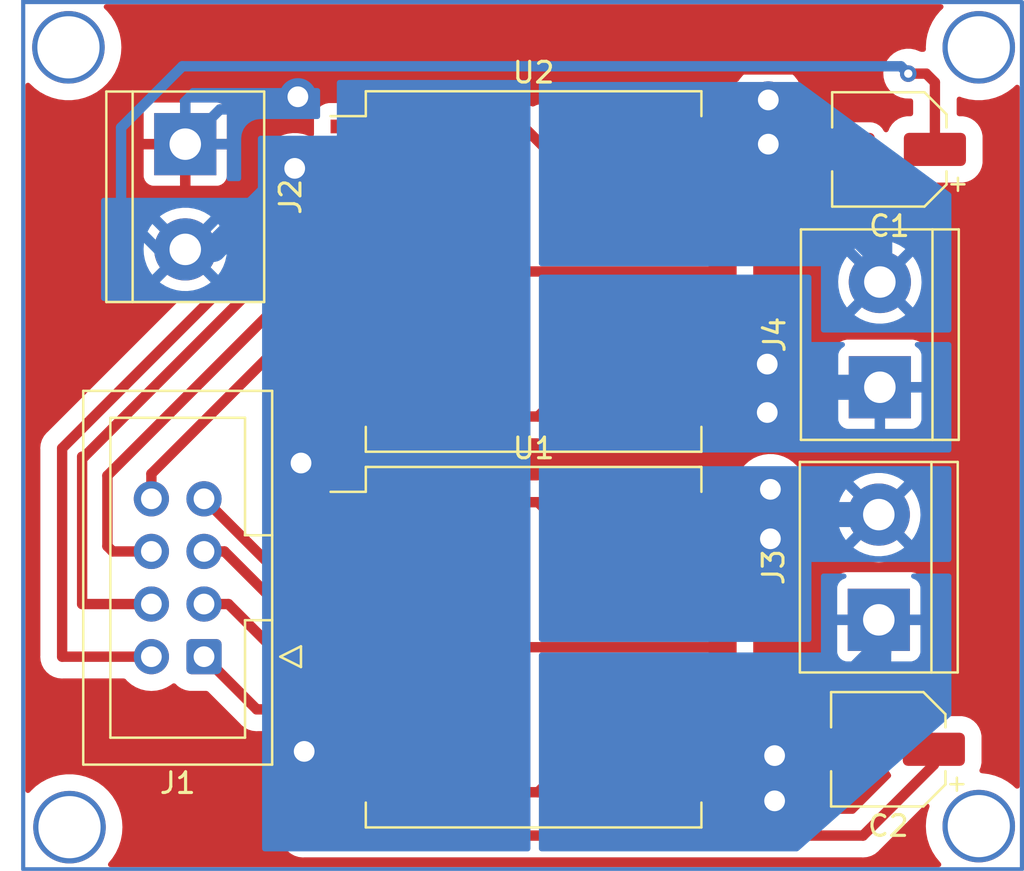
<source format=kicad_pcb>
(kicad_pcb (version 20211014) (generator pcbnew)
  (layers (0 "F.Cu" signal) (31 "B.Cu" signal) (34 "B.Paste" user) (35 "F.Paste" user) (36 "B.SilkS" user "B.Silkscreen") (37 "F.SilkS" user "F.Silkscreen") (38 "B.Mask" user) (39 "F.Mask" user) (44 "Edge.Cuts" user))
  (net 0 "")
  (net 1 "/VCCM")
  (net 2 "GND")
  (net 3 "/PWM1")
  (net 4 "/PWM2")
  (net 5 "/INA1")
  (net 6 "/INA2")
  (net 7 "/EN1")
  (net 8 "/EN2")
  (net 9 "/INB1")
  (net 10 "/INB2")
  (net 11 "/OUTB1")
  (net 12 "/OUTA1")
  (net 13 "/OUTB2")
  (net 14 "/OUTA2")
  (footprint "Capacitor_SMD:CP_Elec_5x5.3" (layer "F.Cu") (at 46.228 32.3596 180)
    (fp_text reference "C1" (at 0 -3.7) (layer "F.SilkS"))
    (fp_text value "C_Polarized")
    (fp_line (start -1.695563 2.76) (end 2.76 2.76) (layer "F.SilkS") (width 0.12))
    (fp_line (start -1.695563 -2.76) (end 2.76 -2.76) (layer "F.SilkS") (width 0.12))
    (fp_line (start -3.625 -1.685) (end -3 -1.685) (layer "F.SilkS") (width 0.12))
    (fp_line (start -2.76 1.695563) (end -1.695563 2.76) (layer "F.SilkS") (width 0.12))
    (fp_line (start -2.76 -1.695563) (end -1.695563 -2.76) (layer "F.SilkS") (width 0.12))
    (fp_line (start -2.76 1.695563) (end -2.76 1.06) (layer "F.SilkS") (width 0.12))
    (fp_line (start 2.76 2.76) (end 2.76 1.06) (layer "F.SilkS") (width 0.12))
    (fp_line (start -2.76 -1.695563) (end -2.76 -1.06) (layer "F.SilkS") (width 0.12))
    (fp_line (start -3.3125 -1.9975) (end -3.3125 -1.3725) (layer "F.SilkS") (width 0.12))
    (fp_line (start 2.76 -2.76) (end 2.76 -1.06) (layer "F.SilkS") (width 0.12))
    (pad "1" smd roundrect (at -2.2 0 180) (size 3 1.6) (layers "F.Cu" "F.Paste" "F.Mask") (roundrect_rratio 0.15625) (net 1 "/VCCM"))
    (pad "2" smd roundrect (at 2.2 0 180) (size 3 1.6) (layers "F.Cu" "F.Paste" "F.Mask") (roundrect_rratio 0.15625) (net 2 "GND"))
  )
  (footprint "Package_SO:ST_MultiPowerSO-30" (layer "F.Cu") (at 29.0576 56.388)
    (fp_text reference "U1" (at 0 -9.6) (layer "F.SilkS"))
    (fp_text value "VNH2SP30")
    (fp_line (start 8.1 -8.7) (end 8.1 -7.5) (layer "F.SilkS") (width 0.12))
    (fp_line (start 8 8.7) (end -8.1 8.7) (layer "F.SilkS") (width 0.12))
    (fp_line (start 8.1 8.7) (end 8.1 7.5) (layer "F.SilkS") (width 0.12))
    (fp_line (start -8 -8.7) (end -8.1 -8.7) (layer "F.SilkS") (width 0.12))
    (fp_line (start 8 -8.7) (end -8 -8.7) (layer "F.SilkS") (width 0.12))
    (fp_line (start 8 8.7) (end 8.1 8.7) (layer "F.SilkS") (width 0.12))
    (fp_line (start -8.1 -8.7) (end -8.1 -7.5) (layer "F.SilkS") (width 0.12))
    (fp_line (start -8.1 -7.5) (end -9.8 -7.5) (layer "F.SilkS") (width 0.12))
    (fp_line (start -8.1 8.7) (end -8.1 7.5) (layer "F.SilkS") (width 0.12))
    (fp_line (start 8 -8.7) (end 8.1 -8.7) (layer "F.SilkS") (width 0.12))
    (pad "1" smd rect (at -9.125 -7 270) (size 0.66 1.35) (layers "F.Cu" "F.Paste" "F.Mask") (net 12 "/OUTA1"))
    (pad "2" smd rect (at -9.125 -6 270) (size 0.66 1.35) (layers "F.Cu" "F.Paste" "F.Mask"))
    (pad "3" smd rect (at -9.125 -5 270) (size 0.66 1.35) (layers "F.Cu" "F.Paste" "F.Mask") (net 1 "/VCCM"))
    (pad "4" smd rect (at -9.125 -4 270) (size 0.66 1.35) (layers "F.Cu" "F.Paste" "F.Mask"))
    (pad "5" smd rect (at -9.125 -3 270) (size 0.66 1.35) (layers "F.Cu" "F.Paste" "F.Mask") (net 5 "/INA1"))
    (pad "6" smd rect (at -9.125 -2 270) (size 0.66 1.35) (layers "F.Cu" "F.Paste" "F.Mask") (net 7 "/EN1"))
    (pad "7" smd rect (at -9.125 -1 270) (size 0.66 1.35) (layers "F.Cu" "F.Paste" "F.Mask"))
    (pad "8" smd rect (at -9.125 0 270) (size 0.66 1.35) (layers "F.Cu" "F.Paste" "F.Mask") (net 3 "/PWM1"))
    (pad "9" smd rect (at -9.125 1 270) (size 0.66 1.35) (layers "F.Cu" "F.Paste" "F.Mask"))
    (pad "10" smd rect (at -9.125 2 270) (size 0.66 1.35) (layers "F.Cu" "F.Paste" "F.Mask") (net 7 "/EN1"))
    (pad "11" smd rect (at -9.125 3 270) (size 0.66 1.35) (layers "F.Cu" "F.Paste" "F.Mask") (net 9 "/INB1"))
    (pad "12" smd rect (at -9.125 4 270) (size 0.66 1.35) (layers "F.Cu" "F.Paste" "F.Mask"))
    (pad "13" smd rect (at -9.125 5 270) (size 0.66 1.35) (layers "F.Cu" "F.Paste" "F.Mask") (net 1 "/VCCM"))
    (pad "14" smd rect (at -9.125 6 270) (size 0.66 1.35) (layers "F.Cu" "F.Paste" "F.Mask"))
    (pad "15" smd rect (at -9.125 7 270) (size 0.66 1.35) (layers "F.Cu" "F.Paste" "F.Mask") (net 11 "/OUTB1"))
    (pad "16" smd rect (at 9.125 7 270) (size 0.66 1.35) (layers "F.Cu" "F.Paste" "F.Mask") (net 11 "/OUTB1"))
    (pad "17" smd rect (at 9.125 6 270) (size 0.66 1.35) (layers "F.Cu" "F.Paste" "F.Mask"))
    (pad "18" smd rect (at 9.125 5 270) (size 0.66 1.35) (layers "F.Cu" "F.Paste" "F.Mask") (net 2 "GND"))
    (pad "19" smd rect (at 9.125 4 270) (size 0.66 1.35) (layers "F.Cu" "F.Paste" "F.Mask") (net 2 "GND"))
    (pad "20" smd rect (at 9.125 3 270) (size 0.66 1.35) (layers "F.Cu" "F.Paste" "F.Mask") (net 2 "GND"))
    (pad "21" smd rect (at 9.125 2 270) (size 0.66 1.35) (layers "F.Cu" "F.Paste" "F.Mask") (net 11 "/OUTB1"))
    (pad "22" smd rect (at 9.125 1 270) (size 0.66 1.35) (layers "F.Cu" "F.Paste" "F.Mask"))
    (pad "23" smd rect (at 9.125 0 270) (size 0.66 1.35) (layers "F.Cu" "F.Paste" "F.Mask") (net 1 "/VCCM"))
    (pad "24" smd rect (at 9.125 -1 270) (size 0.66 1.35) (layers "F.Cu" "F.Paste" "F.Mask"))
    (pad "25" smd rect (at 9.125 -2 270) (size 0.66 1.35) (layers "F.Cu" "F.Paste" "F.Mask") (net 12 "/OUTA1"))
    (pad "26" smd rect (at 9.125 -3 270) (size 0.66 1.35) (layers "F.Cu" "F.Paste" "F.Mask") (net 2 "GND"))
    (pad "27" smd rect (at 9.125 -4 270) (size 0.66 1.35) (layers "F.Cu" "F.Paste" "F.Mask") (net 2 "GND"))
    (pad "28" smd rect (at 9.125 -5 270) (size 0.66 1.35) (layers "F.Cu" "F.Paste" "F.Mask") (net 2 "GND"))
    (pad "29" smd rect (at 9.125 -6 270) (size 0.66 1.35) (layers "F.Cu" "F.Paste" "F.Mask"))
    (pad "30" smd rect (at 9.125 -7 270) (size 0.66 1.35) (layers "F.Cu" "F.Paste" "F.Mask") (net 12 "/OUTA1"))
    (pad "31" smd rect (at -3.05 0) (size 5.25 10.3) (layers "F.Cu" "F.Paste" "F.Mask") (net 1 "/VCCM"))
    (pad "32" smd rect (at 3.05 -4.165) (size 5.25 6.23) (layers "F.Cu" "F.Paste" "F.Mask") (net 12 "/OUTA1"))
    (pad "33" smd rect (at 3.05 4.165) (size 5.25 6.23) (layers "F.Cu" "F.Paste" "F.Mask") (net 11 "/OUTB1"))
  )
  (footprint "Capacitor_SMD:CP_Elec_5x5.3" (layer "F.Cu") (at 46.1772 61.3156 180)
    (fp_text reference "C2" (at 0 -3.7) (layer "F.SilkS"))
    (fp_text value "C_Polarized")
    (fp_line (start 2.76 -2.76) (end 2.76 -1.06) (layer "F.SilkS") (width 0.12))
    (fp_line (start -2.76 1.695563) (end -2.76 1.06) (layer "F.SilkS") (width 0.12))
    (fp_line (start 2.76 2.76) (end 2.76 1.06) (layer "F.SilkS") (width 0.12))
    (fp_line (start -1.695563 2.76) (end 2.76 2.76) (layer "F.SilkS") (width 0.12))
    (fp_line (start -2.76 1.695563) (end -1.695563 2.76) (layer "F.SilkS") (width 0.12))
    (fp_line (start -3.625 -1.685) (end -3 -1.685) (layer "F.SilkS") (width 0.12))
    (fp_line (start -2.76 -1.695563) (end -1.695563 -2.76) (layer "F.SilkS") (width 0.12))
    (fp_line (start -2.76 -1.695563) (end -2.76 -1.06) (layer "F.SilkS") (width 0.12))
    (fp_line (start -3.3125 -1.9975) (end -3.3125 -1.3725) (layer "F.SilkS") (width 0.12))
    (fp_line (start -1.695563 -2.76) (end 2.76 -2.76) (layer "F.SilkS") (width 0.12))
    (pad "1" smd roundrect (at -2.2 0 180) (size 3 1.6) (layers "F.Cu" "F.Paste" "F.Mask") (roundrect_rratio 0.15625) (net 1 "/VCCM"))
    (pad "2" smd roundrect (at 2.2 0 180) (size 3 1.6) (layers "F.Cu" "F.Paste" "F.Mask") (roundrect_rratio 0.15625) (net 2 "GND"))
  )
  (footprint "TerminalBlock:TerminalBlock_bornier-2_P5.08mm" (layer "F.Cu") (at 45.72 55.0672 90)
    (fp_text reference "J3" (at 2.54 -5.08 90) (layer "F.SilkS"))
    (fp_text value "Conn_01x02_Male")
    (fp_line (start -2.54 -3.81) (end -2.54 3.81) (layer "F.SilkS") (width 0.12))
    (fp_line (start 7.62 2.54) (end -2.54 2.54) (layer "F.SilkS") (width 0.12))
    (fp_line (start -2.54 3.81) (end 7.62 3.81) (layer "F.SilkS") (width 0.12))
    (fp_line (start 7.62 3.81) (end 7.62 -3.81) (layer "F.SilkS") (width 0.12))
    (fp_line (start 7.62 -3.81) (end -2.54 -3.81) (layer "F.SilkS") (width 0.12))
    (pad "1" thru_hole rect (at 0 0 90) (size 3 3) (drill 1.52) (layers *.Cu *.Mask) (net 11 "/OUTB1"))
    (pad "2" thru_hole circle (at 5.08 0 90) (size 3 3) (drill 1.52) (layers *.Cu *.Mask) (net 12 "/OUTA1"))
  )
  (footprint "Package_SO:ST_MultiPowerSO-30" (layer "F.Cu") (at 29.0576 38.2524)
    (fp_text reference "U2" (at 0 -9.6) (layer "F.SilkS"))
    (fp_text value "VNH2SP30")
    (fp_line (start 8 -8.7) (end -8 -8.7) (layer "F.SilkS") (width 0.12))
    (fp_line (start 8.1 8.7) (end 8.1 7.5) (layer "F.SilkS") (width 0.12))
    (fp_line (start -8 -8.7) (end -8.1 -8.7) (layer "F.SilkS") (width 0.12))
    (fp_line (start -8.1 -7.5) (end -9.8 -7.5) (layer "F.SilkS") (width 0.12))
    (fp_line (start 8.1 -8.7) (end 8.1 -7.5) (layer "F.SilkS") (width 0.12))
    (fp_line (start -8.1 -8.7) (end -8.1 -7.5) (layer "F.SilkS") (width 0.12))
    (fp_line (start 8 8.7) (end 8.1 8.7) (layer "F.SilkS") (width 0.12))
    (fp_line (start 8 -8.7) (end 8.1 -8.7) (layer "F.SilkS") (width 0.12))
    (fp_line (start 8 8.7) (end -8.1 8.7) (layer "F.SilkS") (width 0.12))
    (fp_line (start -8.1 8.7) (end -8.1 7.5) (layer "F.SilkS") (width 0.12))
    (pad "1" smd rect (at -9.125 -7 270) (size 0.66 1.35) (layers "F.Cu" "F.Paste" "F.Mask") (net 14 "/OUTA2"))
    (pad "2" smd rect (at -9.125 -6 270) (size 0.66 1.35) (layers "F.Cu" "F.Paste" "F.Mask"))
    (pad "3" smd rect (at -9.125 -5 270) (size 0.66 1.35) (layers "F.Cu" "F.Paste" "F.Mask") (net 1 "/VCCM"))
    (pad "4" smd rect (at -9.125 -4 270) (size 0.66 1.35) (layers "F.Cu" "F.Paste" "F.Mask"))
    (pad "5" smd rect (at -9.125 -3 270) (size 0.66 1.35) (layers "F.Cu" "F.Paste" "F.Mask") (net 6 "/INA2"))
    (pad "6" smd rect (at -9.125 -2 270) (size 0.66 1.35) (layers "F.Cu" "F.Paste" "F.Mask") (net 8 "/EN2"))
    (pad "7" smd rect (at -9.125 -1 270) (size 0.66 1.35) (layers "F.Cu" "F.Paste" "F.Mask"))
    (pad "8" smd rect (at -9.125 0 270) (size 0.66 1.35) (layers "F.Cu" "F.Paste" "F.Mask") (net 4 "/PWM2"))
    (pad "9" smd rect (at -9.125 1 270) (size 0.66 1.35) (layers "F.Cu" "F.Paste" "F.Mask"))
    (pad "10" smd rect (at -9.125 2 270) (size 0.66 1.35) (layers "F.Cu" "F.Paste" "F.Mask") (net 8 "/EN2"))
    (pad "11" smd rect (at -9.125 3 270) (size 0.66 1.35) (layers "F.Cu" "F.Paste" "F.Mask") (net 10 "/INB2"))
    (pad "12" smd rect (at -9.125 4 270) (size 0.66 1.35) (layers "F.Cu" "F.Paste" "F.Mask"))
    (pad "13" smd rect (at -9.125 5 270) (size 0.66 1.35) (layers "F.Cu" "F.Paste" "F.Mask") (net 1 "/VCCM"))
    (pad "14" smd rect (at -9.125 6 270) (size 0.66 1.35) (layers "F.Cu" "F.Paste" "F.Mask"))
    (pad "15" smd rect (at -9.125 7 270) (size 0.66 1.35) (layers "F.Cu" "F.Paste" "F.Mask") (net 13 "/OUTB2"))
    (pad "16" smd rect (at 9.125 7 270) (size 0.66 1.35) (layers "F.Cu" "F.Paste" "F.Mask") (net 13 "/OUTB2"))
    (pad "17" smd rect (at 9.125 6 270) (size 0.66 1.35) (layers "F.Cu" "F.Paste" "F.Mask"))
    (pad "18" smd rect (at 9.125 5 270) (size 0.66 1.35) (layers "F.Cu" "F.Paste" "F.Mask") (net 2 "GND"))
    (pad "19" smd rect (at 9.125 4 270) (size 0.66 1.35) (layers "F.Cu" "F.Paste" "F.Mask") (net 2 "GND"))
    (pad "20" smd rect (at 9.125 3 270) (size 0.66 1.35) (layers "F.Cu" "F.Paste" "F.Mask") (net 2 "GND"))
    (pad "21" smd rect (at 9.125 2 270) (size 0.66 1.35) (layers "F.Cu" "F.Paste" "F.Mask") (net 13 "/OUTB2"))
    (pad "22" smd rect (at 9.125 1 270) (size 0.66 1.35) (layers "F.Cu" "F.Paste" "F.Mask"))
    (pad "23" smd rect (at 9.125 0 270) (size 0.66 1.35) (layers "F.Cu" "F.Paste" "F.Mask") (net 1 "/VCCM"))
    (pad "24" smd rect (at 9.125 -1 270) (size 0.66 1.35) (layers "F.Cu" "F.Paste" "F.Mask"))
    (pad "25" smd rect (at 9.125 -2 270) (size 0.66 1.35) (layers "F.Cu" "F.Paste" "F.Mask") (net 14 "/OUTA2"))
    (pad "26" smd rect (at 9.125 -3 270) (size 0.66 1.35) (layers "F.Cu" "F.Paste" "F.Mask") (net 2 "GND"))
    (pad "27" smd rect (at 9.125 -4 270) (size 0.66 1.35) (layers "F.Cu" "F.Paste" "F.Mask") (net 2 "GND"))
    (pad "28" smd rect (at 9.125 -5 270) (size 0.66 1.35) (layers "F.Cu" "F.Paste" "F.Mask") (net 2 "GND"))
    (pad "29" smd rect (at 9.125 -6 270) (size 0.66 1.35) (layers "F.Cu" "F.Paste" "F.Mask"))
    (pad "30" smd rect (at 9.125 -7 270) (size 0.66 1.35) (layers "F.Cu" "F.Paste" "F.Mask") (net 14 "/OUTA2"))
    (pad "31" smd rect (at -3.05 0) (size 5.25 10.3) (layers "F.Cu" "F.Paste" "F.Mask") (net 1 "/VCCM"))
    (pad "32" smd rect (at 3.05 -4.165) (size 5.25 6.23) (layers "F.Cu" "F.Paste" "F.Mask") (net 14 "/OUTA2"))
    (pad "33" smd rect (at 3.05 4.165) (size 5.25 6.23) (layers "F.Cu" "F.Paste" "F.Mask") (net 13 "/OUTB2"))
  )
  (footprint "TerminalBlock:TerminalBlock_bornier-2_P5.08mm" (layer "F.Cu") (at 45.7708 43.8404 90)
    (fp_text reference "J4" (at 2.54 -5.08 90) (layer "F.SilkS"))
    (fp_text value "Conn_01x02_Male")
    (fp_line (start -2.54 3.81) (end 7.62 3.81) (layer "F.SilkS") (width 0.12))
    (fp_line (start 7.62 2.54) (end -2.54 2.54) (layer "F.SilkS") (width 0.12))
    (fp_line (start 7.62 3.81) (end 7.62 -3.81) (layer "F.SilkS") (width 0.12))
    (fp_line (start 7.62 -3.81) (end -2.54 -3.81) (layer "F.SilkS") (width 0.12))
    (fp_line (start -2.54 -3.81) (end -2.54 3.81) (layer "F.SilkS") (width 0.12))
    (pad "1" thru_hole rect (at 0 0 90) (size 3 3) (drill 1.52) (layers *.Cu *.Mask) (net 13 "/OUTB2"))
    (pad "2" thru_hole circle (at 5.08 0 90) (size 3 3) (drill 1.52) (layers *.Cu *.Mask) (net 14 "/OUTA2"))
  )
  (footprint "TerminalBlock:TerminalBlock_bornier-2_P5.08mm" (layer "F.Cu") (at 12.2428 32.1056 -90)
    (fp_text reference "J2" (at 2.54 -5.08 90) (layer "F.SilkS"))
    (fp_text value "Conn_01x02_Male")
    (fp_line (start 7.62 -3.81) (end -2.54 -3.81) (layer "F.SilkS") (width 0.12))
    (fp_line (start 7.62 2.54) (end -2.54 2.54) (layer "F.SilkS") (width 0.12))
    (fp_line (start -2.54 -3.81) (end -2.54 3.81) (layer "F.SilkS") (width 0.12))
    (fp_line (start -2.54 3.81) (end 7.62 3.81) (layer "F.SilkS") (width 0.12))
    (fp_line (start 7.62 3.81) (end 7.62 -3.81) (layer "F.SilkS") (width 0.12))
    (pad "1" thru_hole rect (at 0 0 270) (size 3 3) (drill 1.52) (layers *.Cu *.Mask) (net 2 "GND"))
    (pad "2" thru_hole circle (at 5.08 0 270) (size 3 3) (drill 1.52) (layers *.Cu *.Mask) (net 1 "/VCCM"))
  )
  (footprint "Connector_IDC:IDC-Header_2x04_P2.54mm_Vertical" (layer "F.Cu") (at 13.1477 56.8452 180)
    (fp_text reference "J1" (at 1.27 -6.1) (layer "F.SilkS"))
    (fp_text value "Conn_02x04_Odd_Even")
    (fp_line (start -1.98 1.76) (end -1.98 -3.91) (layer "F.SilkS") (width 0.12))
    (fp_line (start 4.52 11.53) (end -1.98 11.53) (layer "F.SilkS") (width 0.12))
    (fp_line (start -3.29 12.83) (end -3.29 -5.21) (layer "F.SilkS") (width 0.12))
    (fp_line (start -3.29 1.76) (end -1.98 1.76) (layer "F.SilkS") (width 0.12))
    (fp_line (start 5.83 -5.21) (end 5.83 12.83) (layer "F.SilkS") (width 0.12))
    (fp_line (start -4.68 0.5) (end -3.68 0) (layer "F.SilkS") (width 0.12))
    (fp_line (start -3.29 -5.21) (end 5.83 -5.21) (layer "F.SilkS") (width 0.12))
    (fp_line (start -1.98 -3.91) (end 4.52 -3.91) (layer "F.SilkS") (width 0.12))
    (fp_line (start -4.68 -0.5) (end -4.68 0.5) (layer "F.SilkS") (width 0.12))
    (fp_line (start -1.98 5.86) (end -3.29 5.86) (layer "F.SilkS") (width 0.12))
    (fp_line (start -3.68 0) (end -4.68 -0.5) (layer "F.SilkS") (width 0.12))
    (fp_line (start -1.98 5.86) (end -1.98 5.86) (layer "F.SilkS") (width 0.12))
    (fp_line (start -1.98 11.53) (end -1.98 5.86) (layer "F.SilkS") (width 0.12))
    (fp_line (start 4.52 -3.91) (end 4.52 11.53) (layer "F.SilkS") (width 0.12))
    (fp_line (start 5.83 12.83) (end -3.29 12.83) (layer "F.SilkS") (width 0.12))
    (pad "1" thru_hole roundrect (at 0 0 180) (size 1.7 1.7) (drill 1) (layers *.Cu *.Mask) (roundrect_rratio 0.147059) (net 9 "/INB1"))
    (pad "2" thru_hole circle (at 2.54 0 180) (size 1.7 1.7) (drill 1) (layers *.Cu *.Mask) (net 6 "/INA2"))
    (pad "3" thru_hole circle (at 0 2.54 180) (size 1.7 1.7) (drill 1) (layers *.Cu *.Mask) (net 7 "/EN1"))
    (pad "4" thru_hole circle (at 2.54 2.54 180) (size 1.7 1.7) (drill 1) (layers *.Cu *.Mask) (net 8 "/EN2"))
    (pad "5" thru_hole circle (at 0 5.08 180) (size 1.7 1.7) (drill 1) (layers *.Cu *.Mask) (net 3 "/PWM1"))
    (pad "6" thru_hole circle (at 2.54 5.08 180) (size 1.7 1.7) (drill 1) (layers *.Cu *.Mask) (net 4 "/PWM2"))
    (pad "7" thru_hole circle (at 0 7.62 180) (size 1.7 1.7) (drill 1) (layers *.Cu *.Mask) (net 5 "/INA1"))
    (pad "8" thru_hole circle (at 2.54 7.62 180) (size 1.7 1.7) (drill 1) (layers *.Cu *.Mask) (net 10 "/INB2"))
  )
  (gr_rect (start 4.4196 25.2476) (end 52.6288 67.1068) (layer "B.Cu") (width 0.2) (fill none))
  (via (at 6.604 27.432) (size 3.5) (drill 3) (layers "F.Cu" "B.Cu") (net 0))
  (via (at 50.546 27.432) (size 3.5) (drill 3) (layers "F.Cu" "B.Cu") (net 0))
  (via (at 6.6548 65.0748) (size 3.5) (drill 3) (layers "F.Cu" "B.Cu") (net 0))
  (via (at 50.546 65.024) (size 3.5) (drill 3) (layers "F.Cu" "B.Cu") (net 0))
  (segment (start 26.0076 39.2704) (end 26.0076 38.2524) (width 0.5) (layer "F.Cu") (net 1))
  (segment (start 17.9324 65.4812) (end 17.9324 61.468) (width 0.5) (layer "F.Cu") (net 1))
  (segment (start 19.9326 61.388) (end 21.0076 61.388) (width 0.5) (layer "F.Cu") (net 1))
  (segment (start 38.1826 38.2524) (end 26.0076 38.2524) (width 0.5) (layer "F.Cu") (net 1))
  (segment (start 17.4244 47.498) (end 17.8308 47.498) (width 0.5) (layer "F.Cu") (net 1))
  (segment (start 48.3772 62.062) (end 44.958 65.4812) (width 0.5) (layer "F.Cu") (net 1))
  (segment (start 17.4244 47.498) (end 17.4244 43.7896) (width 0.5) (layer "F.Cu") (net 1))
  (segment (start 17.5476 33.2524) (end 17.526 33.274) (width 0.5) (layer "F.Cu") (net 1))
  (segment (start 48.006 28.702) (end 48.428 29.124) (width 0.5) (layer "F.Cu") (net 1))
  (segment (start 19.9326 33.2524) (end 17.5476 33.2524) (width 0.5) (layer "F.Cu") (net 1))
  (segment (start 22.1272 33.2524) (end 26.0076 37.1328) (width 0.5) (layer "F.Cu") (net 1))
  (segment (start 21.0076 51.388) (end 26.0076 56.388) (width 0.5) (layer "F.Cu") (net 1))
  (segment (start 38.1826 56.388) (end 26.0076 56.388) (width 0.5) (layer "F.Cu") (net 1))
  (segment (start 17.9324 61.468) (end 17.9832 61.4172) (width 0.5) (layer "F.Cu") (net 1))
  (segment (start 19.9326 43.2524) (end 22.0256 43.2524) (width 0.5) (layer "F.Cu") (net 1))
  (segment (start 21.0076 61.388) (end 26.0076 56.388) (width 0.5) (layer "F.Cu") (net 1))
  (segment (start 17.9616 43.2524) (end 19.9326 43.2524) (width 0.5) (layer "F.Cu") (net 1))
  (segment (start 18.368 51.388) (end 17.4244 50.4444) (width 0.5) (layer "F.Cu") (net 1))
  (segment (start 17.4244 43.7896) (end 17.9616 43.2524) (width 0.5) (layer "F.Cu") (net 1))
  (segment (start 44.958 65.4812) (end 17.9324 65.4812) (width 0.5) (layer "F.Cu") (net 1))
  (segment (start 22.0256 43.2524) (end 26.0076 39.2704) (width 0.5) (layer "F.Cu") (net 1))
  (segment (start 17.4244 50.4444) (end 17.4244 47.498) (width 0.5) (layer "F.Cu") (net 1))
  (segment (start 19.9326 61.388) (end 18.0124 61.388) (width 0.5) (layer "F.Cu") (net 1))
  (segment (start 48.428 32.3088) (end 47.2596 32.3088) (width 0.5) (layer "F.Cu") (net 1))
  (segment (start 19.9326 33.2524) (end 22.1272 33.2524) (width 0.5) (layer "F.Cu") (net 1))
  (segment (start 19.9326 51.388) (end 18.368 51.388) (width 0.5) (layer "F.Cu") (net 1))
  (segment (start 18.0124 61.388) (end 17.9832 61.4172) (width 0.5) (layer "F.Cu") (net 1))
  (segment (start 26.0076 37.1328) (end 26.0076 38.2524) (width 0.5) (layer "F.Cu") (net 1))
  (segment (start 48.428 29.124) (end 48.428 32.3088) (width 0.5) (layer "F.Cu") (net 1))
  (segment (start 47.1424 28.702) (end 48.006 28.702) (width 0.5) (layer "F.Cu") (net 1))
  (segment (start 19.9326 51.388) (end 21.0076 51.388) (width 0.5) (layer "F.Cu") (net 1))
  (segment (start 48.3772 61.3156) (end 48.3772 62.062) (width 0.5) (layer "F.Cu") (net 1))
  (via (at 17.8308 47.498) (size 1.8) (drill 1) (layers "F.Cu" "B.Cu") (net 1))
  (via (at 47.1424 28.702) (size 0.8) (drill 0.4) (layers "F.Cu" "B.Cu") (net 1))
  (via (at 17.526 33.274) (size 1.8) (drill 1) (layers "F.Cu" "B.Cu") (net 1))
  (via (at 17.9832 61.4172) (size 1.8) (drill 1) (layers "F.Cu" "B.Cu") (net 1))
  (segment (start 9.144 31.305378) (end 12.102978 28.3464) (width 0.5) (layer "B.Cu") (net 1))
  (segment (start 13.6144 37.1856) (end 17.526 33.274) (width 1.2) (layer "B.Cu") (net 1))
  (segment (start 9.144 35.4076) (end 9.144 31.305378) (width 0.5) (layer "B.Cu") (net 1))
  (segment (start 12.2428 37.1856) (end 13.6144 37.1856) (width 1.2) (layer "B.Cu") (net 1))
  (segment (start 46.7868 28.3464) (end 47.1424 28.702) (width 0.5) (layer "B.Cu") (net 1))
  (segment (start 10.922 37.1856) (end 9.144 35.4076) (width 0.5) (layer "B.Cu") (net 1))
  (segment (start 12.2428 37.1856) (end 10.922 37.1856) (width 0.5) (layer "B.Cu") (net 1))
  (segment (start 17.526 33.274) (end 17.526 33.8836) (width 0.5) (layer "B.Cu") (net 1))
  (segment (start 12.102978 28.3464) (end 46.7868 28.3464) (width 0.5) (layer "B.Cu") (net 1))
  (segment (start 40.7924 59.182) (end 40.7924 53.3908) (width 0.5) (layer "F.Cu") (net 2))
  (segment (start 40.5892 40.8432) (end 40.5892 35.56) (width 0.5) (layer "F.Cu") (net 2))
  (segment (start 38.1826 43.2524) (end 38.1826 41.2524) (width 0.5) (layer "F.Cu") (net 2))
  (segment (start 41.1324 35.2552) (end 44.028 32.3596) (width 0.5) (layer "F.Cu") (net 2))
  (segment (start 17.6784 29.8196) (end 18.9992 28.4988) (width 0.5) (layer "F.Cu") (net 2))
  (segment (start 38.1826 59.388) (end 38.1826 61.388) (width 0.5) (layer "F.Cu") (net 2))
  (segment (start 44.028 28.4988) (end 44.028 32.3596) (width 0.5) (layer "F.Cu") (net 2))
  (segment (start 40.7896 53.388) (end 40.7924 53.3908) (width 0.5) (layer "F.Cu") (net 2))
  (segment (start 38.1826 60.2678) (end 38.1826 61.388) (width 0.5) (layer "F.Cu") (net 2))
  (segment (start 38.1826 53.388) (end 40.7896 53.388) (width 0.5) (layer "F.Cu") (net 2))
  (segment (start 40.2816 35.2524) (end 38.1826 35.2524) (width 0.5) (layer "F.Cu") (net 2))
  (segment (start 40.18 41.2524) (end 40.5892 40.8432) (width 0.5) (layer "F.Cu") (net 2))
  (segment (start 39.4526 35.2552) (end 41.1324 35.2552) (width 0.5) (layer "F.Cu") (net 2))
  (segment (start 38.1826 59.388) (end 40.5864 59.388) (width 0.5) (layer "F.Cu") (net 2))
  (segment (start 38.1826 35.2524) (end 38.1826 34.2524) (width 0.5) (layer "F.Cu") (net 2))
  (segment (start 38.1826 34.2524) (end 38.1826 33.2524) (width 0.5) (layer "F.Cu") (net 2))
  (segment (start 40.5864 59.388) (end 40.7924 59.182) (width 0.5) (layer "F.Cu") (net 2))
  (segment (start 18.9992 28.4988) (end 44.028 28.4988) (width 0.5) (layer "F.Cu") (net 2))
  (segment (start 38.1826 41.2524) (end 40.18 41.2524) (width 0.5) (layer "F.Cu") (net 2))
  (segment (start 43.9772 61.3156) (end 42.926 61.3156) (width 0.5) (layer "F.Cu") (net 2))
  (segment (start 42.926 61.3156) (end 40.7924 59.182) (width 0.5) (layer "F.Cu") (net 2))
  (segment (start 38.1826 51.388) (end 38.1826 53.388) (width 0.5) (layer "F.Cu") (net 2))
  (segment (start 40.5892 35.56) (end 40.2816 35.2524) (width 0.5) (layer "F.Cu") (net 2))
  (via (at 17.6784 29.8196) (size 1.8) (drill 1) (layers "F.Cu" "B.Cu") (net 2))
  (segment (start 17.6784 29.8196) (end 17.0688 30.4292) (width 0.5) (layer "B.Cu") (net 2))
  (segment (start 13.9192 30.4292) (end 12.2428 32.1056) (width 0.5) (layer "B.Cu") (net 2))
  (segment (start 17.0688 30.4292) (end 13.9192 30.4292) (width 0.5) (layer "B.Cu") (net 2))
  (segment (start 19.9326 56.388) (end 18.7576 56.388) (width 0.5) (layer "F.Cu") (net 3))
  (segment (start 14.1348 51.7652) (end 13.1477 51.7652) (width 0.5) (layer "F.Cu") (net 3))
  (segment (start 18.7576 56.388) (end 14.1348 51.7652) (width 0.5) (layer "F.Cu") (net 3))
  (segment (start 8.4836 51.5112) (end 8.4836 48.1076) (width 0.5) (layer "F.Cu") (net 4))
  (segment (start 8.7376 51.7652) (end 8.4836 51.5112) (width 0.5) (layer "F.Cu") (net 4))
  (segment (start 10.6077 51.7652) (end 8.7376 51.7652) (width 0.5) (layer "F.Cu") (net 4))
  (segment (start 8.4836 48.1076) (end 18.3388 38.2524) (width 0.5) (layer "F.Cu") (net 4))
  (segment (start 18.3388 38.2524) (end 19.9326 38.2524) (width 0.5) (layer "F.Cu") (net 4))
  (segment (start 19.9326 53.388) (end 17.3105 53.388) (width 0.5) (layer "F.Cu") (net 5))
  (segment (start 17.3105 53.388) (end 13.1477 49.2252) (width 0.5) (layer "F.Cu") (net 5))
  (segment (start 6.2992 46.7868) (end 17.8336 35.2524) (width 0.5) (layer "F.Cu") (net 6))
  (segment (start 17.8336 35.2524) (end 19.9326 35.2524) (width 0.5) (layer "F.Cu") (net 6))
  (segment (start 6.2992 56.8452) (end 6.2992 46.7868) (width 0.5) (layer "F.Cu") (net 6))
  (segment (start 10.6077 56.8452) (end 6.2992 56.8452) (width 0.5) (layer "F.Cu") (net 6))
  (segment (start 21.876 54.7436) (end 21.5204 54.388) (width 0.5) (layer "F.Cu") (net 7))
  (segment (start 21.5204 54.388) (end 19.9326 54.388) (width 0.5) (layer "F.Cu") (net 7))
  (segment (start 19.9326 58.388) (end 18.4084 58.388) (width 0.5) (layer "F.Cu") (net 7))
  (segment (start 21.876 58.388) (end 21.876 54.7436) (width 0.5) (layer "F.Cu") (net 7))
  (segment (start 18.4084 58.388) (end 14.3256 54.3052) (width 0.5) (layer "F.Cu") (net 7))
  (segment (start 14.3256 54.3052) (end 13.1477 54.3052) (width 0.5) (layer "F.Cu") (net 7))
  (segment (start 19.9326 58.388) (end 21.876 58.388) (width 0.5) (layer "F.Cu") (net 7))
  (segment (start 19.9326 36.2524) (end 18.3068 36.2524) (width 0.5) (layer "F.Cu") (net 8))
  (segment (start 19.9326 40.2524) (end 21.876 40.2524) (width 0.5) (layer "F.Cu") (net 8))
  (segment (start 7.366 47.1932) (end 7.2644 47.1932) (width 0.5) (layer "F.Cu") (net 8))
  (segment (start 21.876 36.354) (end 21.7744 36.2524) (width 0.5) (layer "F.Cu") (net 8))
  (segment (start 18.3068 36.2524) (end 7.366 47.1932) (width 0.5) (layer "F.Cu") (net 8))
  (segment (start 21.7744 36.2524) (end 19.9326 36.2524) (width 0.5) (layer "F.Cu") (net 8))
  (segment (start 21.876 40.2524) (end 21.876 36.354) (width 0.5) (layer "F.Cu") (net 8))
  (segment (start 7.2644 54.3052) (end 10.6077 54.3052) (width 0.5) (layer "F.Cu") (net 8))
  (segment (start 7.2644 47.1932) (end 7.2644 54.3052) (width 0.5) (layer "F.Cu") (net 8))
  (segment (start 19.9326 59.388) (end 15.6905 59.388) (width 0.5) (layer "F.Cu") (net 9))
  (segment (start 15.6905 59.388) (end 13.1477 56.8452) (width 0.5) (layer "F.Cu") (net 9))
  (segment (start 19.9326 41.2524) (end 17.3708 41.2524) (width 0.5) (layer "F.Cu") (net 10))
  (segment (start 10.6077 48.0155) (end 10.6077 49.2252) (width 0.5) (layer "F.Cu") (net 10))
  (segment (start 17.3708 41.2524) (end 10.6077 48.0155) (width 0.5) (layer "F.Cu") (net 10))
  (segment (start 39.482 63.388) (end 38.1826 63.388) (width 0.5) (layer "F.Cu") (net 11))
  (segment (start 40.6908 61.6204) (end 40.6908 62.1792) (width 0.5) (layer "F.Cu") (net 11))
  (segment (start 19.9326 63.388) (end 29.2726 63.388) (width 0.5) (layer "F.Cu") (net 11))
  (segment (start 38.1826 58.388) (end 34.2726 58.388) (width 0.5) (layer "F.Cu") (net 11))
  (segment (start 38.1826 63.388) (end 34.9426 63.388) (width 0.5) (layer "F.Cu") (net 11))
  (segment (start 34.2726 58.388) (end 32.1076 60.553) (width 0.5) (layer "F.Cu") (net 11))
  (segment (start 40.6908 63.8048) (end 40.274 63.388) (width 0.5) (layer "F.Cu") (net 11))
  (segment (start 40.6908 62.1792) (end 39.482 63.388) (width 0.5) (layer "F.Cu") (net 11))
  (segment (start 29.2726 63.388) (end 32.1076 60.553) (width 0.5) (layer "F.Cu") (net 11))
  (segment (start 34.9426 63.388) (end 32.1076 60.553) (width 0.5) (layer "F.Cu") (net 11))
  (segment (start 40.274 63.388) (end 38.1826 63.388) (width 0.5) (layer "F.Cu") (net 11))
  (via (at 40.6908 61.6204) (size 1.8) (drill 1) (layers "F.Cu" "B.Cu") (net 11))
  (via (at 40.6908 63.8048) (size 1.8) (drill 1) (layers "F.Cu" "B.Cu") (net 11))
  (segment (start 45.72 56.5912) (end 40.6908 61.6204) (width 1.2) (layer "B.Cu") (net 11))
  (segment (start 45.72 55.0672) (end 45.72 56.5912) (width 1.2) (layer "B.Cu") (net 11))
  (segment (start 45.72 58.7756) (end 40.6908 63.8048) (width 1.2) (layer "B.Cu") (net 11))
  (segment (start 45.72 55.0672) (end 45.72 58.7756) (width 1.2) (layer "B.Cu") (net 11))
  (segment (start 38.1826 54.388) (end 34.2726 54.388) (width 0.5) (layer "F.Cu") (net 12))
  (segment (start 29.2726 49.388) (end 32.1076 52.223) (width 0.5) (layer "F.Cu") (net 12))
  (segment (start 38.1826 49.388) (end 34.9426 49.388) (width 0.5) (layer "F.Cu") (net 12))
  (segment (start 39.8676 49.388) (end 38.1826 49.388) (width 0.5) (layer "F.Cu") (net 12))
  (segment (start 34.2726 54.388) (end 32.1076 52.223) (width 0.5) (layer "F.Cu") (net 12))
  (segment (start 40.4876 50.788978) (end 39.086622 49.388) (width 0.5) (layer "F.Cu") (net 12))
  (segment (start 34.9426 49.388) (end 32.1076 52.223) (width 0.5) (layer "F.Cu") (net 12))
  (segment (start 19.9326 49.388) (end 29.2726 49.388) (width 0.5) (layer "F.Cu") (net 12))
  (segment (start 40.4876 51.1556) (end 40.4876 50.788978) (width 0.5) (layer "F.Cu") (net 12))
  (segment (start 40.4876 48.768) (end 39.8676 49.388) (width 0.5) (layer "F.Cu") (net 12))
  (segment (start 39.086622 49.388) (end 38.1826 49.388) (width 0.5) (layer "F.Cu") (net 12))
  (via (at 40.4876 51.1556) (size 1.8) (drill 1) (layers "F.Cu" "B.Cu") (net 12))
  (via (at 40.4876 48.768) (size 1.8) (drill 1) (layers "F.Cu" "B.Cu") (net 12))
  (segment (start 41.7068 49.9872) (end 40.4876 48.768) (width 1.2) (layer "B.Cu") (net 12))
  (segment (start 41.656 49.9872) (end 40.4876 51.1556) (width 1.2) (layer "B.Cu") (net 12))
  (segment (start 45.72 49.9872) (end 41.7068 49.9872) (width 1.2) (layer "B.Cu") (net 12))
  (segment (start 45.72 49.9872) (end 41.656 49.9872) (width 1.2) (layer "B.Cu") (net 12))
  (segment (start 40.1424 45.2524) (end 38.1826 45.2524) (width 0.5) (layer "F.Cu") (net 13))
  (segment (start 34.9426 45.2524) (end 38.1826 45.2524) (width 0.5) (layer "F.Cu") (net 13))
  (segment (start 40.3352 42.7228) (end 40.3352 44.003822) (width 0.5) (layer "F.Cu") (net 13))
  (segment (start 34.2726 40.2524) (end 32.1076 42.4174) (width 0.5) (layer "F.Cu") (net 13))
  (segment (start 19.9326 45.2524) (end 29.2726 45.2524) (width 0.5) (layer "F.Cu") (net 13))
  (segment (start 32.1076 42.4174) (end 34.9426 45.2524) (width 0.5) (layer "F.Cu") (net 13))
  (segment (start 38.1826 40.2524) (end 34.2726 40.2524) (width 0.5) (layer "F.Cu") (net 13))
  (segment (start 40.3352 45.0596) (end 40.1424 45.2524) (width 0.5) (layer "F.Cu") (net 13))
  (segment (start 29.2726 45.2524) (end 32.1076 42.4174) (width 0.5) (layer "F.Cu") (net 13))
  (segment (start 39.086622 45.2524) (end 38.1826 45.2524) (width 0.5) (layer "F.Cu") (net 13))
  (segment (start 40.3352 44.003822) (end 39.086622 45.2524) (width 0.5) (layer "F.Cu") (net 13))
  (via (at 40.3352 42.7228) (size 1.8) (drill 1) (layers "F.Cu" "B.Cu") (net 13))
  (via (at 40.3352 45.0596) (size 1.8) (drill 1) (layers "F.Cu" "B.Cu") (net 13))
  (segment (start 40.3352 45.0596) (end 40.386 45.0596) (width 1.2) (layer "B.Cu") (net 13))
  (segment (start 40.386 45.0596) (end 41.6052 43.8404) (width 1.2) (layer "B.Cu") (net 13))
  (segment (start 41.4528 43.8404) (end 45.7708 43.8404) (width 1.2) (layer "B.Cu") (net 13))
  (segment (start 41.6052 43.8404) (end 45.7708 43.8404) (width 1.2) (layer "B.Cu") (net 13))
  (segment (start 40.3352 42.7228) (end 41.4528 43.8404) (width 1.2) (layer "B.Cu") (net 13))
  (segment (start 32.1076 34.0874) (end 31.395 34.0874) (width 0.5) (layer "F.Cu") (net 14))
  (segment (start 31.395 34.0874) (end 28.56 31.2524) (width 0.5) (layer "F.Cu") (net 14))
  (segment (start 34.2726 36.2524) (end 32.1076 34.0874) (width 0.5) (layer "F.Cu") (net 14))
  (segment (start 34.9426 31.2524) (end 32.1076 34.0874) (width 0.5) (layer "F.Cu") (net 14))
  (segment (start 38.1826 31.2524) (end 34.9426 31.2524) (width 0.5) (layer "F.Cu") (net 14))
  (segment (start 38.1826 36.2524) (end 34.2726 36.2524) (width 0.5) (layer "F.Cu") (net 14))
  (segment (start 40.386 32.1056) (end 39.939822 32.1056) (width 0.5) (layer "F.Cu") (net 14))
  (segment (start 39.444 29.991) (end 38.1826 31.2524) (width 0.5) (layer "F.Cu") (net 14))
  (segment (start 28.56 31.2524) (end 19.9326 31.2524) (width 0.5) (layer "F.Cu") (net 14))
  (segment (start 39.939822 32.1056) (end 39.086622 31.2524) (width 0.5) (layer "F.Cu") (net 14))
  (segment (start 40.386 29.972) (end 40.367 29.991) (width 0.5) (layer "F.Cu") (net 14))
  (segment (start 40.367 29.991) (end 39.444 29.991) (width 0.5) (layer "F.Cu") (net 14))
  (segment (start 39.086622 31.2524) (end 38.1826 31.2524) (width 0.5) (layer "F.Cu") (net 14))
  (via (at 40.386 32.1056) (size 1.8) (drill 1) (layers "F.Cu" "B.Cu") (net 14))
  (via (at 40.386 29.972) (size 1.8) (drill 1) (layers "F.Cu" "B.Cu") (net 14))
  (segment (start 45.7708 38.7604) (end 45.7708 37.4904) (width 1.2) (layer "B.Cu") (net 14))
  (segment (start 45.7708 36.576) (end 45.7708 35.3568) (width 1.2) (layer "B.Cu") (net 14))
  (segment (start 45.7708 38.7604) (end 45.7708 36.576) (width 1.2) (layer "B.Cu") (net 14))
  (segment (start 45.7708 35.3568) (end 40.386 29.972) (width 1.2) (layer "B.Cu") (net 14))
  (segment (start 45.7708 37.4904) (end 40.386 32.1056) (width 1.2) (layer "B.Cu") (net 14))
  (zone (net 2) (net_name "GND") (layers F&B.Cu) (connect_pads (clearance 0.8)) (min_thickness 0.254) (fill yes (thermal_gap 0.508) (thermal_bridge_width 0.508))
    (polygon (pts (xy 52.5272 67.0052) (xy 4.5212 67.0052) (xy 4.5212 25.3492) (xy 52.5272 25.3492)))
  )
  (zone (net 11) (net_name "/OUTB1") (layer "B.Cu") (priority 1) (connect_pads (clearance 0.508)) (min_thickness 0.254) (fill yes (thermal_gap 0.508) (thermal_bridge_width 0.508))
    (polygon (pts (xy 49.2252 59.69) (xy 41.8084 66.2432) (xy 29.3116 66.2432) (xy 29.3116 56.642) (xy 42.926 56.642) (xy 42.926 52.832) (xy 49.2252 52.832)))
  )
  (zone (net 13) (net_name "/OUTB2") (layer "B.Cu") (priority 1) (connect_pads (clearance 0.508)) (min_thickness 0.254) (fill yes (thermal_gap 0.508) (thermal_bridge_width 0.508))
    (polygon (pts (xy 42.4688 41.656) (xy 49.2252 41.656) (xy 49.2252 46.99) (xy 29.3116 46.99) (xy 29.3116 42.9768) (xy 29.3116 40.5892) (xy 29.3116 38.4048) (xy 42.4688 38.4048)))
  )
  (zone (net 12) (net_name "/OUTA1") (layer "B.Cu") (priority 1) (connect_pads (clearance 0.508)) (min_thickness 0.254) (fill yes (thermal_gap 0.508) (thermal_bridge_width 0.508))
    (polygon (pts (xy 49.2252 52.2732) (xy 42.4688 52.2732) (xy 42.4688 56.134) (xy 29.3116 56.134) (xy 29.3116 47.6504) (xy 49.2252 47.6504)))
  )
  (zone (net 14) (net_name "/OUTA2") (layer "B.Cu") (priority 1) (connect_pads (clearance 0.508)) (min_thickness 0.254) (fill yes (thermal_gap 0.508) (thermal_bridge_width 0.508))
    (polygon (pts (xy 49.2252 34.4932) (xy 49.2252 41.1988) (xy 42.926 41.1988) (xy 42.926 37.9984) (xy 29.3116 37.9984) (xy 29.3116 29.0068) (xy 41.7576 29.0068)))
  )
  (zone (net 1) (net_name "/VCCM") (layer "B.Cu") (priority 1) (connect_pads (clearance 0.508)) (min_thickness 0.254) (fill yes (thermal_gap 0.508) (thermal_bridge_width 0.508))
    (polygon (pts (xy 28.9052 66.2432) (xy 15.9512 66.2432) (xy 15.9512 39.6748) (xy 8.1788 39.6748) (xy 8.1788 34.6964) (xy 15.748 34.6964) (xy 15.748 31.6992) (xy 19.558 31.6992) (xy 19.558 29.0068) (xy 28.9052 29.0068)))
  )
)
</source>
